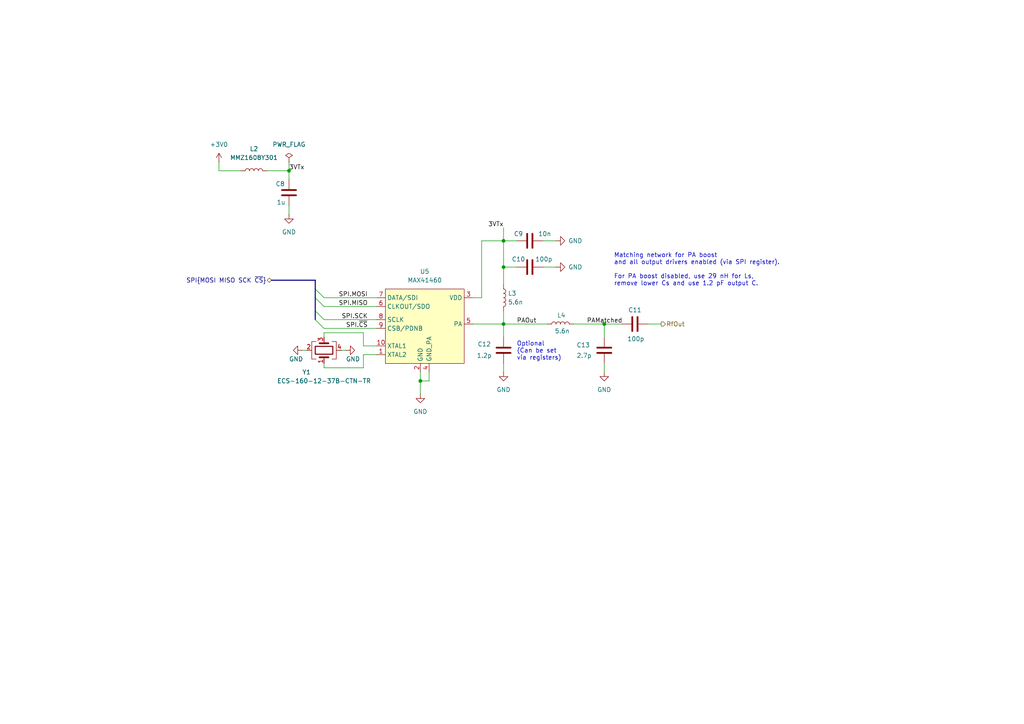
<source format=kicad_sch>
(kicad_sch (version 20250114) (generator "eeschema") (generator_version "9.0")
  (paper "A4")
  (lib_symbols
    (symbol "Device:C" (pin_numbers (hide yes)) (pin_names (offset 0.254))
      (property "Reference" "C" (at 0.635 2.54 0))
      (property "Value" "C" (at 0.635 -2.54 0))
      (symbol "C_0_1"
        (polyline (pts (xy -2.032 0.762) (xy 2.032 0.762)) (stroke (width 0.508)))
        (polyline (pts (xy -2.032 -0.762) (xy 2.032 -0.762)) (stroke (width 0.508)))
      )
      (symbol "C_1_1"
        (pin passive line (at 0 3.81 270) (length 2.794) (name "~") (number "1"))
        (pin passive line (at 0 -3.81 90) (length 2.794) (name "~") (number "2"))
      )
    )
    (symbol "Device:Crystal_GND24" (pin_names (offset 1.016) (hide yes))
      (property "Reference" "Y" (at 3.175 5.08 0))
      (property "Value" "Crystal_GND24" (at 3.175 3.175 0))
      (symbol "Crystal_GND24_0_1"
        (polyline (pts (xy -2.54 2.286) (xy -2.54 3.556) (xy 2.54 3.556) (xy 2.54 2.286)))
        (polyline (pts (xy -2.54 0) (xy -2.032 0)))
        (polyline (pts (xy -2.54 -2.286) (xy -2.54 -3.556) (xy 2.54 -3.556) (xy 2.54 -2.286)))
        (polyline (pts (xy -2.032 -1.27) (xy -2.032 1.27)) (stroke (width 0.508)))
        (rectangle (start -1.143 2.54) (end 1.143 -2.54) (stroke (width 0.3048)))
        (polyline (pts (xy 0 3.556) (xy 0 3.81)))
        (polyline (pts (xy 0 -3.81) (xy 0 -3.556)))
        (polyline (pts (xy 2.032 0) (xy 2.54 0)))
        (polyline (pts (xy 2.032 -1.27) (xy 2.032 1.27)) (stroke (width 0.508)))
      )
      (symbol "Crystal_GND24_1_1"
        (pin passive line (at -3.81 0 0) (length 1.27) (name "1") (number "1"))
        (pin passive line (at 0 5.08 270) (length 1.27) (name "2") (number "2"))
        (pin passive line (at 0 -5.08 90) (length 1.27) (name "4") (number "4"))
        (pin passive line (at 3.81 0 180) (length 1.27) (name "3") (number "3"))
      )
    )
    (symbol "Device:L" (pin_numbers (hide yes)) (pin_names (offset 1.016) (hide yes))
      (property "Reference" "L" (at -1.27 0 90))
      (property "Value" "L" (at 1.905 0 90))
      (symbol "L_0_1"
        (arc (start 0 2.54) (mid 0.6323 1.905) (end 0 1.27))
        (arc (start 0 1.27) (mid 0.6323 0.635) (end 0 0))
        (arc (start 0 0) (mid 0.6323 -0.635) (end 0 -1.27))
        (arc (start 0 -1.27) (mid 0.6323 -1.905) (end 0 -2.54))
      )
      (symbol "L_1_1"
        (pin passive line (at 0 3.81 270) (length 1.27) (name "1") (number "1"))
        (pin passive line (at 0 -3.81 90) (length 1.27) (name "2") (number "2"))
      )
    )
    (symbol "ProjLib:MAX41460"
      (property "Reference" "U" (at -3.81 13.97 0))
      (property "Value" "MAX41460" (at 0 11.43 0))
      (symbol "MAX41460_0_1"
        (rectangle (start -11.43 10.16) (end 11.43 -11.43) (fill (type background)))
      )
      (symbol "MAX41460_1_1"
        (pin passive line (at -13.97 7.62 0) (length 2.54) (name "DATA/SDI") (number "7"))
        (pin passive line (at -13.97 5.08 0) (length 2.54) (name "CLKOUT/SDO") (number "6"))
        (pin passive line (at -13.97 1.27 0) (length 2.54) (name "SCLK") (number "8"))
        (pin passive line (at -13.97 -1.27 0) (length 2.54) (name "CSB/PDNB") (number "9"))
        (pin passive line (at -13.97 -6.35 0) (length 2.54) (name "XTAL1") (number "10"))
        (pin passive line (at -13.97 -8.89 0) (length 2.54) (name "XTAL2") (number "1"))
        (pin passive line (at -1.27 -13.97 90) (length 2.54) (name "GND") (number "2"))
        (pin passive line (at 1.27 -13.97 90) (length 2.54) (name "GND_PA") (number "4"))
        (pin passive line (at 13.97 7.62 180) (length 2.54) (name "VDD") (number "3"))
        (pin passive line (at 13.97 0 180) (length 2.54) (name "PA") (number "5"))
      )
    )
    (symbol "power:+3V0" (power) (pin_numbers (hide yes)) (pin_names (offset 0) (hide yes))
      (property "Value" "+3V0" (at 0 3.556 0))
      (symbol "+3V0_0_1"
        (polyline (pts (xy -0.762 1.27) (xy 0 2.54)))
        (polyline (pts (xy 0 2.54) (xy 0.762 1.27)))
        (polyline (pts (xy 0 0) (xy 0 2.54)))
      )
      (symbol "+3V0_1_1"
        (pin power_in line (at 0 0 90) (length 0) (name "~") (number "1"))
      )
    )
    (symbol "power:GND" (power) (pin_numbers (hide yes)) (pin_names (offset 0) (hide yes))
      (property "Value" "GND" (at 0 -3.81 0))
      (symbol "GND_0_1"
        (polyline (pts (xy 0 0) (xy 0 -1.27) (xy 1.27 -1.27) (xy 0 -2.54) (xy -1.27 -1.27) (xy 0 -1.27)))
      )
      (symbol "GND_1_1"
        (pin power_in line (at 0 0 270) (length 0) (name "~") (number "1"))
      )
    )
    (symbol "power:PWR_FLAG" (power) (pin_numbers (hide yes)) (pin_names (offset 0) (hide yes))
      (property "Value" "PWR_FLAG" (at 0 3.81 0))
      (symbol "PWR_FLAG_0_0"
        (pin power_out line (at 0 0 90) (length 0) (name "~") (number "1"))
      )
      (symbol "PWR_FLAG_0_1"
        (polyline (pts (xy 0 0) (xy 0 1.27) (xy -1.016 1.905) (xy 0 2.54) (xy 1.016 1.905) (xy 0 1.27)))
      )
    )
  )
  (text "Optional\n(Can be set \nvia registers)" (at 149.86 101.854 0) (effects (font (size 1.27 1.27)) (justify left)))
  (text "Matching network for PA boost \nand all output drivers enabled (via SPI register).\n\nFor PA boost disabled, use 29 nH for Ls, \nremove lower Cs and use 1.2 pF output C." (at 178.054 78.232 0) (effects (font (size 1.27 1.27)) (justify left)))
  (junction (at 121.92 110.49))
  (junction (at 83.82 49.53))
  (junction (at 146.05 69.85))
  (junction (at 146.05 93.98))
  (junction (at 146.05 77.47))
  (junction (at 175.26 93.98))
  (bus_entry (at 91.44 90.17) (size 2.54 2.54))
  (bus_entry (at 91.44 83.82) (size 2.54 2.54))
  (bus_entry (at 91.44 92.71) (size 2.54 2.54))
  (bus_entry (at 91.44 86.36) (size 2.54 2.54))
  (wire (pts (xy 105.41 100.33) (xy 109.22 100.33)))
  (wire (pts (xy 146.05 93.98) (xy 158.75 93.98)))
  (wire (pts (xy 146.05 93.98) (xy 146.05 97.79)))
  (wire (pts (xy 83.82 46.99) (xy 83.82 49.53)))
  (wire (pts (xy 87.63 101.6) (xy 88.9 101.6)))
  (wire (pts (xy 166.37 93.98) (xy 175.26 93.98)))
  (wire (pts (xy 69.85 49.53) (xy 63.5 49.53)))
  (bus (pts (xy 91.44 90.17) (xy 91.44 92.71)))
  (wire (pts (xy 77.47 49.53) (xy 83.82 49.53)))
  (wire (pts (xy 105.41 106.68) (xy 105.41 102.87)))
  (wire (pts (xy 83.82 49.53) (xy 83.82 52.07)))
  (wire (pts (xy 63.5 49.53) (xy 63.5 46.99)))
  (wire (pts (xy 161.29 69.85) (xy 157.48 69.85)))
  (wire (pts (xy 121.92 110.49) (xy 121.92 114.3)))
  (wire (pts (xy 146.05 77.47) (xy 149.86 77.47)))
  (wire (pts (xy 93.98 88.9) (xy 109.22 88.9)))
  (wire (pts (xy 146.05 69.85) (xy 146.05 77.47)))
  (wire (pts (xy 105.41 102.87) (xy 109.22 102.87)))
  (wire (pts (xy 93.98 92.71) (xy 109.22 92.71)))
  (wire (pts (xy 146.05 69.85) (xy 149.86 69.85)))
  (wire (pts (xy 93.98 106.68) (xy 105.41 106.68)))
  (wire (pts (xy 146.05 77.47) (xy 146.05 82.55)))
  (wire (pts (xy 146.05 90.17) (xy 146.05 93.98)))
  (wire (pts (xy 137.16 93.98) (xy 146.05 93.98)))
  (wire (pts (xy 124.46 110.49) (xy 121.92 110.49)))
  (wire (pts (xy 93.98 86.36) (xy 109.22 86.36)))
  (bus (pts (xy 91.44 83.82) (xy 91.44 86.36)))
  (wire (pts (xy 93.98 95.25) (xy 109.22 95.25)))
  (wire (pts (xy 139.7 69.85) (xy 146.05 69.85)))
  (wire (pts (xy 175.26 93.98) (xy 180.34 93.98)))
  (wire (pts (xy 93.98 96.52) (xy 105.41 96.52)))
  (wire (pts (xy 175.26 105.41) (xy 175.26 107.95)))
  (wire (pts (xy 93.98 106.68) (xy 93.98 105.41)))
  (wire (pts (xy 139.7 86.36) (xy 139.7 69.85)))
  (wire (pts (xy 187.96 93.98) (xy 191.77 93.98)))
  (bus (pts (xy 91.44 81.28) (xy 91.44 83.82)))
  (bus (pts (xy 91.44 81.28) (xy 78.74 81.28)))
  (wire (pts (xy 161.29 77.47) (xy 157.48 77.47)))
  (wire (pts (xy 124.46 107.95) (xy 124.46 110.49)))
  (wire (pts (xy 146.05 66.04) (xy 146.05 69.85)))
  (wire (pts (xy 93.98 97.79) (xy 93.98 96.52)))
  (wire (pts (xy 99.06 101.6) (xy 100.33 101.6)))
  (wire (pts (xy 137.16 86.36) (xy 139.7 86.36)))
  (bus (pts (xy 91.44 86.36) (xy 91.44 90.17)))
  (wire (pts (xy 175.26 93.98) (xy 175.26 97.79)))
  (wire (pts (xy 121.92 107.95) (xy 121.92 110.49)))
  (wire (pts (xy 146.05 105.41) (xy 146.05 107.95)))
  (wire (pts (xy 105.41 96.52) (xy 105.41 100.33)))
  (wire (pts (xy 83.82 59.69) (xy 83.82 62.23)))
  (label "3VTx" (at 146.05 66.04 180))
  (label "3VTx" (at 83.82 49.53 0))
  (label "SPI.SCK" (at 106.68 92.71 180))
  (label "PAOut" (at 149.86 93.98 0))
  (label "SPI.MOSI" (at 106.68 86.36 180))
  (label "SPI.MISO" (at 106.68 88.9 180))
  (label "SPI.~{CS}" (at 106.68 95.25 180))
  (label "PAMatched" (at 170.18 93.98 0))
  (hierarchical_label "SPI{MOSI MISO SCK ~{CS}}" (shape bidirectional) (at 78.74 81.28 180))
  (hierarchical_label "RfOut" (shape output) (at 191.77 93.98 0))
  (symbol (lib_id "Device:C") (at 83.82 55.88 180) (unit 1)
    (property "Reference" "C8" (at 81.28 53.34 0))
    (property "Value" "1u" (at 81.534 58.674 0))
    (property "Footprint" "Capacitor_SMD:C_0603_1608Metric" (effects (hide yes)))
  )
  (symbol (lib_id "Device:C") (at 153.67 77.47 270) (unit 1)
    (property "Reference" "C10" (at 150.368 75.184 90))
    (property "Value" "100p" (at 157.734 75.184 90))
    (property "Footprint" "Capacitor_SMD:C_0603_1608Metric" (effects (hide yes)))
  )
  (symbol (lib_id "power:GND") (at 175.26 107.95 0) (unit 1)
    (property "Reference" "#PWR028" (effects (hide yes)))
    (property "Value" "GND" (at 175.26 113.03 0))
  )
  (symbol (lib_id "Device:L") (at 146.05 86.36 0) (unit 1)
    (property "Reference" "L3" (at 147.32 85.0899 0) (effects (justify left)))
    (property "Value" "5.6n" (at 147.32 87.6299 0) (effects (justify left)))
    (property "Footprint" "Inductor_SMD:L_0603_1608Metric" (effects (hide yes)))
  )
  (symbol (lib_id "Device:C") (at 184.15 93.98 270) (unit 1)
    (property "Reference" "C11" (at 184.15 89.916 90))
    (property "Value" "100p" (at 184.404 98.298 90))
    (property "Footprint" "Capacitor_SMD:C_0603_1608Metric" (effects (hide yes)))
  )
  (symbol (lib_id "ProjLib:MAX41460") (at 123.19 93.98 0) (unit 1)
    (property "Reference" "U5" (at 123.19 78.74 0))
    (property "Value" "MAX41460" (at 123.19 81.28 0))
    (property "Footprint" "Package_SO:VSSOP-10_3x3mm_P0.5mm" (effects (hide yes)))
    (property "Datasheet" "https://www.analog.com/media/en/technical-documentation/data-sheets/MAX41460.pdf" (effects (hide yes)))
  )
  (symbol (lib_id "Device:L") (at 162.56 93.98 90) (unit 1)
    (property "Reference" "L4" (at 162.814 91.44 90))
    (property "Value" "5.6n" (at 163.068 96.012 90))
    (property "Footprint" "Inductor_SMD:L_0603_1608Metric" (effects (hide yes)))
  )
  (symbol (lib_id "Device:L") (at 73.66 49.53 90) (unit 1)
    (property "Reference" "L2" (at 73.66 43.18 90))
    (property "Value" "MMZ1608Y301" (at 73.66 45.72 90))
    (property "Footprint" "Inductor_SMD:L_0603_1608Metric" (effects (hide yes)))
  )
  (symbol (lib_id "power:GND") (at 161.29 77.47 90) (unit 1)
    (property "Reference" "#PWR024" (effects (hide yes)))
    (property "Value" "GND" (at 168.91 77.47 90) (effects (justify left)))
  )
  (symbol (lib_id "power:GND") (at 87.63 101.6 270) (unit 1)
    (property "Reference" "#PWR025" (effects (hide yes)))
    (property "Value" "GND" (at 83.82 104.14 90) (effects (justify left)))
  )
  (symbol (lib_id "power:PWR_FLAG") (at 83.82 46.99 0) (unit 1)
    (property "Reference" "#FLG04" (effects (hide yes)))
    (property "Value" "PWR_FLAG" (at 83.82 41.91 0))
  )
  (symbol (lib_id "power:GND") (at 121.92 114.3 0) (unit 1)
    (property "Reference" "#PWR029" (effects (hide yes)))
    (property "Value" "GND" (at 121.92 119.38 0))
  )
  (symbol (lib_id "Device:C") (at 146.05 101.6 0) (unit 1)
    (property "Reference" "C12" (at 140.462 99.822 0))
    (property "Value" "1.2p" (at 140.462 103.124 0))
    (property "Footprint" "Capacitor_SMD:C_0603_1608Metric" (effects (hide yes)))
  )
  (symbol (lib_id "power:GND") (at 100.33 101.6 90) (unit 1)
    (property "Reference" "#PWR026" (effects (hide yes)))
    (property "Value" "GND" (at 100.33 104.14 90) (effects (justify right)))
  )
  (symbol (lib_id "power:GND") (at 161.29 69.85 90) (unit 1)
    (property "Reference" "#PWR023" (effects (hide yes)))
    (property "Value" "GND" (at 168.91 69.85 90) (effects (justify left)))
  )
  (symbol (lib_id "Device:Crystal_GND24") (at 93.98 101.6 90) (unit 1)
    (property "Reference" "Y1" (at 88.9 107.95 90))
    (property "Value" "ECS-160-12-37B-CTN-TR" (at 93.98 110.49 90))
    (property "Footprint" "Crystal:Crystal_SMD_2016-4Pin_2.0x1.6mm" (effects (hide yes)))
  )
  (symbol (lib_id "power:GND") (at 83.82 62.23 0) (unit 1)
    (property "Reference" "#PWR022" (effects (hide yes)))
    (property "Value" "GND" (at 83.82 67.31 0))
  )
  (symbol (lib_id "Device:C") (at 153.67 69.85 90) (unit 1)
    (property "Reference" "C9" (at 150.368 67.818 90))
    (property "Value" "10n" (at 157.988 67.818 90))
    (property "Footprint" "Capacitor_SMD:C_0603_1608Metric" (effects (hide yes)))
  )
  (symbol (lib_id "Device:C") (at 175.26 101.6 0) (unit 1)
    (property "Reference" "C13" (at 169.164 100.076 0))
    (property "Value" "2.7p" (at 169.418 103.124 0))
    (property "Footprint" "Capacitor_SMD:C_0603_1608Metric" (effects (hide yes)))
  )
  (symbol (lib_id "power:+3V0") (at 63.5 46.99 0) (unit 1)
    (property "Reference" "#PWR021" (effects (hide yes)))
    (property "Value" "+3V0" (at 63.5 41.91 0))
  )
  (symbol (lib_id "power:GND") (at 146.05 107.95 0) (unit 1)
    (property "Reference" "#PWR027" (effects (hide yes)))
    (property "Value" "GND" (at 146.05 113.03 0))
  )
)
</source>
